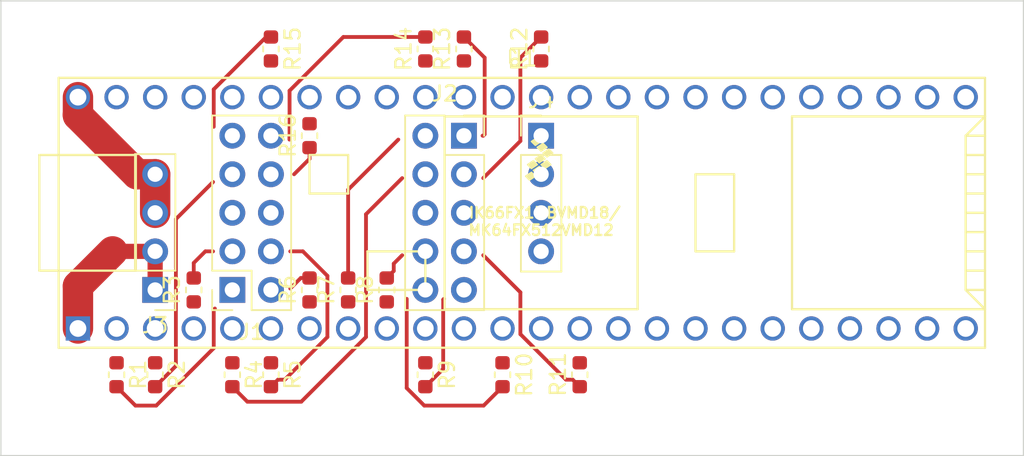
<source format=kicad_pcb>
(kicad_pcb (version 20171130) (host pcbnew "(5.1.4-0-10_14)")

  (general
    (thickness 1.6)
    (drawings 4)
    (tracks 66)
    (zones 0)
    (modules 21)
    (nets 35)
  )

  (page A4)
  (layers
    (0 F.Cu signal)
    (31 B.Cu signal)
    (32 B.Adhes user)
    (33 F.Adhes user)
    (34 B.Paste user)
    (35 F.Paste user)
    (36 B.SilkS user)
    (37 F.SilkS user)
    (38 B.Mask user)
    (39 F.Mask user)
    (40 Dwgs.User user)
    (41 Cmts.User user)
    (42 Eco1.User user)
    (43 Eco2.User user)
    (44 Edge.Cuts user)
    (45 Margin user)
    (46 B.CrtYd user)
    (47 F.CrtYd user)
    (48 B.Fab user)
    (49 F.Fab user)
  )

  (setup
    (last_trace_width 1)
    (user_trace_width 0.25)
    (user_trace_width 1)
    (user_trace_width 2)
    (user_trace_width 5)
    (trace_clearance 0.25)
    (zone_clearance 0.508)
    (zone_45_only no)
    (trace_min 0.2)
    (via_size 0.8)
    (via_drill 0.4)
    (via_min_size 0.8)
    (via_min_drill 0.3)
    (user_via 0.8 0.4)
    (user_via 1.6 0.8)
    (uvia_size 0.3)
    (uvia_drill 0.1)
    (uvias_allowed no)
    (uvia_min_size 0.2)
    (uvia_min_drill 0.1)
    (edge_width 0.05)
    (segment_width 0.2)
    (pcb_text_width 0.3)
    (pcb_text_size 1.5 1.5)
    (mod_edge_width 0.12)
    (mod_text_size 1 1)
    (mod_text_width 0.15)
    (pad_size 1.7 1.7)
    (pad_drill 1)
    (pad_to_mask_clearance 0.05)
    (solder_mask_min_width 0.25)
    (aux_axis_origin 0 0)
    (visible_elements FFFFF77F)
    (pcbplotparams
      (layerselection 0x010fc_ffffffff)
      (usegerberextensions false)
      (usegerberattributes false)
      (usegerberadvancedattributes false)
      (creategerberjobfile false)
      (excludeedgelayer true)
      (linewidth 0.100000)
      (plotframeref false)
      (viasonmask false)
      (mode 1)
      (useauxorigin false)
      (hpglpennumber 1)
      (hpglpenspeed 20)
      (hpglpendiameter 15.000000)
      (psnegative false)
      (psa4output false)
      (plotreference true)
      (plotvalue true)
      (plotinvisibletext false)
      (padsonsilk false)
      (subtractmaskfromsilk false)
      (outputformat 1)
      (mirror false)
      (drillshape 1)
      (scaleselection 1)
      (outputdirectory ""))
  )

  (net 0 "")
  (net 1 R_3)
  (net 2 T_4)
  (net 3 T_3)
  (net 4 R_4)
  (net 5 R_6)
  (net 6 +5V)
  (net 7 T_6)
  (net 8 GND)
  (net 9 R_5)
  (net 10 T_5)
  (net 11 R_7)
  (net 12 T_8)
  (net 13 T_7)
  (net 14 R_8)
  (net 15 R_2)
  (net 16 T_2)
  (net 17 R_1)
  (net 18 T_1)
  (net 19 "Net-(R1-Pad1)")
  (net 20 "Net-(R2-Pad1)")
  (net 21 "Net-(R3-Pad1)")
  (net 22 "Net-(R4-Pad1)")
  (net 23 "Net-(R5-Pad1)")
  (net 24 "Net-(R6-Pad1)")
  (net 25 "Net-(R7-Pad1)")
  (net 26 "Net-(R8-Pad1)")
  (net 27 "Net-(R9-Pad1)")
  (net 28 "Net-(R10-Pad1)")
  (net 29 "Net-(R11-Pad2)")
  (net 30 "Net-(R12-Pad1)")
  (net 31 "Net-(R13-Pad1)")
  (net 32 "Net-(R14-Pad1)")
  (net 33 "Net-(R15-Pad2)")
  (net 34 "Net-(R16-Pad2)")

  (net_class Default "This is the default net class."
    (clearance 0.25)
    (trace_width 0.25)
    (via_dia 0.8)
    (via_drill 0.4)
    (uvia_dia 0.3)
    (uvia_drill 0.1)
    (add_net +5V)
    (add_net GND)
    (add_net "Net-(R1-Pad1)")
    (add_net "Net-(R10-Pad1)")
    (add_net "Net-(R11-Pad2)")
    (add_net "Net-(R12-Pad1)")
    (add_net "Net-(R13-Pad1)")
    (add_net "Net-(R14-Pad1)")
    (add_net "Net-(R15-Pad2)")
    (add_net "Net-(R16-Pad2)")
    (add_net "Net-(R2-Pad1)")
    (add_net "Net-(R3-Pad1)")
    (add_net "Net-(R4-Pad1)")
    (add_net "Net-(R5-Pad1)")
    (add_net "Net-(R6-Pad1)")
    (add_net "Net-(R7-Pad1)")
    (add_net "Net-(R8-Pad1)")
    (add_net "Net-(R9-Pad1)")
    (add_net R_1)
    (add_net R_2)
    (add_net R_3)
    (add_net R_4)
    (add_net R_5)
    (add_net R_6)
    (add_net R_7)
    (add_net R_8)
    (add_net T_1)
    (add_net T_2)
    (add_net T_3)
    (add_net T_4)
    (add_net T_5)
    (add_net T_6)
    (add_net T_7)
    (add_net T_8)
  )

  (net_class "High Current" ""
    (clearance 0.5)
    (trace_width 5)
    (via_dia 1.6)
    (via_drill 0.8)
    (uvia_dia 0.3)
    (uvia_drill 0.1)
  )

  (net_class "Low Current" ""
    (clearance 0.25)
    (trace_width 1)
    (via_dia 0.8)
    (via_drill 0.4)
    (uvia_dia 0.3)
    (uvia_drill 0.1)
  )

  (module Connector_PinSocket_2.54mm:PinSocket_2x05_P2.54mm_Vertical (layer F.Cu) (tedit 5A19A42B) (tstamp 5E1F4DD5)
    (at 167.64 128.27)
    (descr "Through hole straight socket strip, 2x05, 2.54mm pitch, double cols (from Kicad 4.0.7), script generated")
    (tags "Through hole socket strip THT 2x05 2.54mm double row")
    (path /5E1C99D9)
    (fp_text reference J2 (at -1.27 -2.77) (layer F.SilkS)
      (effects (font (size 1 1) (thickness 0.15)))
    )
    (fp_text value Conn_02x05_Odd_Even (at -1.27 12.93) (layer F.Fab)
      (effects (font (size 1 1) (thickness 0.15)))
    )
    (fp_line (start -3.81 -1.27) (end 0.27 -1.27) (layer F.Fab) (width 0.1))
    (fp_line (start 0.27 -1.27) (end 1.27 -0.27) (layer F.Fab) (width 0.1))
    (fp_line (start 1.27 -0.27) (end 1.27 11.43) (layer F.Fab) (width 0.1))
    (fp_line (start 1.27 11.43) (end -3.81 11.43) (layer F.Fab) (width 0.1))
    (fp_line (start -3.81 11.43) (end -3.81 -1.27) (layer F.Fab) (width 0.1))
    (fp_line (start -3.87 -1.33) (end -1.27 -1.33) (layer F.SilkS) (width 0.12))
    (fp_line (start -3.87 -1.33) (end -3.87 11.49) (layer F.SilkS) (width 0.12))
    (fp_line (start -3.87 11.49) (end 1.33 11.49) (layer F.SilkS) (width 0.12))
    (fp_line (start 1.33 1.27) (end 1.33 11.49) (layer F.SilkS) (width 0.12))
    (fp_line (start -1.27 1.27) (end 1.33 1.27) (layer F.SilkS) (width 0.12))
    (fp_line (start -1.27 -1.33) (end -1.27 1.27) (layer F.SilkS) (width 0.12))
    (fp_line (start 1.33 -1.33) (end 1.33 0) (layer F.SilkS) (width 0.12))
    (fp_line (start 0 -1.33) (end 1.33 -1.33) (layer F.SilkS) (width 0.12))
    (fp_line (start -4.34 -1.8) (end 1.76 -1.8) (layer F.CrtYd) (width 0.05))
    (fp_line (start 1.76 -1.8) (end 1.76 11.9) (layer F.CrtYd) (width 0.05))
    (fp_line (start 1.76 11.9) (end -4.34 11.9) (layer F.CrtYd) (width 0.05))
    (fp_line (start -4.34 11.9) (end -4.34 -1.8) (layer F.CrtYd) (width 0.05))
    (fp_text user %R (at -1.27 5.08 90) (layer F.Fab)
      (effects (font (size 1 1) (thickness 0.15)))
    )
    (pad 1 thru_hole rect (at 0 0) (size 1.7 1.7) (drill 1) (layers *.Cu *.Mask)
      (net 17 R_1))
    (pad 2 thru_hole oval (at -2.54 0) (size 1.7 1.7) (drill 1) (layers *.Cu *.Mask)
      (net 16 T_2))
    (pad 3 thru_hole oval (at 0 2.54) (size 1.7 1.7) (drill 1) (layers *.Cu *.Mask)
      (net 18 T_1))
    (pad 4 thru_hole oval (at -2.54 2.54) (size 1.7 1.7) (drill 1) (layers *.Cu *.Mask)
      (net 15 R_2))
    (pad 5 thru_hole oval (at 0 5.08) (size 1.7 1.7) (drill 1) (layers *.Cu *.Mask))
    (pad 6 thru_hole oval (at -2.54 5.08) (size 1.7 1.7) (drill 1) (layers *.Cu *.Mask))
    (pad 7 thru_hole oval (at 0 7.62) (size 1.7 1.7) (drill 1) (layers *.Cu *.Mask)
      (net 14 R_8))
    (pad 8 thru_hole oval (at -2.54 7.62) (size 1.7 1.7) (drill 1) (layers *.Cu *.Mask)
      (net 13 T_7))
    (pad 9 thru_hole oval (at 0 10.16) (size 1.7 1.7) (drill 1) (layers *.Cu *.Mask)
      (net 12 T_8))
    (pad 10 thru_hole oval (at -2.54 10.16) (size 1.7 1.7) (drill 1) (layers *.Cu *.Mask)
      (net 11 R_7))
    (model ${KISYS3DMOD}/Connector_PinSocket_2.54mm.3dshapes/PinSocket_2x05_P2.54mm_Vertical.wrl
      (at (xyz 0 0 0))
      (scale (xyz 1 1 1))
      (rotate (xyz 0 0 0))
    )
  )

  (module Connector_PinSocket_2.54mm:PinSocket_2x05_P2.54mm_Vertical (layer F.Cu) (tedit 5A19A42B) (tstamp 5E1F4D78)
    (at 152.4 138.43 180)
    (descr "Through hole straight socket strip, 2x05, 2.54mm pitch, double cols (from Kicad 4.0.7), script generated")
    (tags "Through hole socket strip THT 2x05 2.54mm double row")
    (path /5E1C8AC8)
    (fp_text reference J1 (at -1.27 -2.77) (layer F.SilkS)
      (effects (font (size 1 1) (thickness 0.15)))
    )
    (fp_text value Conn_02x05_Odd_Even (at -1.27 12.93) (layer F.Fab)
      (effects (font (size 1 1) (thickness 0.15)))
    )
    (fp_text user %R (at -1.27 5.08 90) (layer F.Fab)
      (effects (font (size 1 1) (thickness 0.15)))
    )
    (fp_line (start -4.34 11.9) (end -4.34 -1.8) (layer F.CrtYd) (width 0.05))
    (fp_line (start 1.76 11.9) (end -4.34 11.9) (layer F.CrtYd) (width 0.05))
    (fp_line (start 1.76 -1.8) (end 1.76 11.9) (layer F.CrtYd) (width 0.05))
    (fp_line (start -4.34 -1.8) (end 1.76 -1.8) (layer F.CrtYd) (width 0.05))
    (fp_line (start 0 -1.33) (end 1.33 -1.33) (layer F.SilkS) (width 0.12))
    (fp_line (start 1.33 -1.33) (end 1.33 0) (layer F.SilkS) (width 0.12))
    (fp_line (start -1.27 -1.33) (end -1.27 1.27) (layer F.SilkS) (width 0.12))
    (fp_line (start -1.27 1.27) (end 1.33 1.27) (layer F.SilkS) (width 0.12))
    (fp_line (start 1.33 1.27) (end 1.33 11.49) (layer F.SilkS) (width 0.12))
    (fp_line (start -3.87 11.49) (end 1.33 11.49) (layer F.SilkS) (width 0.12))
    (fp_line (start -3.87 -1.33) (end -3.87 11.49) (layer F.SilkS) (width 0.12))
    (fp_line (start -3.87 -1.33) (end -1.27 -1.33) (layer F.SilkS) (width 0.12))
    (fp_line (start -3.81 11.43) (end -3.81 -1.27) (layer F.Fab) (width 0.1))
    (fp_line (start 1.27 11.43) (end -3.81 11.43) (layer F.Fab) (width 0.1))
    (fp_line (start 1.27 -0.27) (end 1.27 11.43) (layer F.Fab) (width 0.1))
    (fp_line (start 0.27 -1.27) (end 1.27 -0.27) (layer F.Fab) (width 0.1))
    (fp_line (start -3.81 -1.27) (end 0.27 -1.27) (layer F.Fab) (width 0.1))
    (pad 10 thru_hole oval (at -2.54 10.16 180) (size 1.7 1.7) (drill 1) (layers *.Cu *.Mask)
      (net 1 R_3))
    (pad 9 thru_hole oval (at 0 10.16 180) (size 1.7 1.7) (drill 1) (layers *.Cu *.Mask)
      (net 2 T_4))
    (pad 8 thru_hole oval (at -2.54 7.62 180) (size 1.7 1.7) (drill 1) (layers *.Cu *.Mask)
      (net 3 T_3))
    (pad 7 thru_hole oval (at 0 7.62 180) (size 1.7 1.7) (drill 1) (layers *.Cu *.Mask)
      (net 4 R_4))
    (pad 6 thru_hole oval (at -2.54 5.08 180) (size 1.7 1.7) (drill 1) (layers *.Cu *.Mask))
    (pad 5 thru_hole oval (at 0 5.08 180) (size 1.7 1.7) (drill 1) (layers *.Cu *.Mask))
    (pad 4 thru_hole oval (at -2.54 2.54 180) (size 1.7 1.7) (drill 1) (layers *.Cu *.Mask)
      (net 5 R_6))
    (pad 3 thru_hole oval (at 0 2.54 180) (size 1.7 1.7) (drill 1) (layers *.Cu *.Mask)
      (net 10 T_5))
    (pad 2 thru_hole oval (at -2.54 0 180) (size 1.7 1.7) (drill 1) (layers *.Cu *.Mask)
      (net 7 T_6))
    (pad 1 thru_hole rect (at 0 0 180) (size 1.7 1.7) (drill 1) (layers *.Cu *.Mask)
      (net 9 R_5))
    (model ${KISYS3DMOD}/Connector_PinSocket_2.54mm.3dshapes/PinSocket_2x05_P2.54mm_Vertical.wrl
      (at (xyz 0 0 0))
      (scale (xyz 1 1 1))
      (rotate (xyz 0 0 0))
    )
  )

  (module Connector_PinHeader_2.54mm:PinHeader_1x04_P2.54mm_Vertical (layer F.Cu) (tedit 59FED5CC) (tstamp 5E1F4CE6)
    (at 172.72 128.27)
    (descr "Through hole straight pin header, 1x04, 2.54mm pitch, single row")
    (tags "Through hole pin header THT 1x04 2.54mm single row")
    (path /5E1DDA98)
    (fp_text reference J4 (at 0 -2.33) (layer F.SilkS)
      (effects (font (size 1 1) (thickness 0.15)))
    )
    (fp_text value Conn_01x04_Male (at 0 9.95) (layer F.Fab)
      (effects (font (size 1 1) (thickness 0.15)))
    )
    (fp_line (start -0.635 -1.27) (end 1.27 -1.27) (layer F.Fab) (width 0.1))
    (fp_line (start 1.27 -1.27) (end 1.27 8.89) (layer F.Fab) (width 0.1))
    (fp_line (start 1.27 8.89) (end -1.27 8.89) (layer F.Fab) (width 0.1))
    (fp_line (start -1.27 8.89) (end -1.27 -0.635) (layer F.Fab) (width 0.1))
    (fp_line (start -1.27 -0.635) (end -0.635 -1.27) (layer F.Fab) (width 0.1))
    (fp_line (start -1.33 8.95) (end 1.33 8.95) (layer F.SilkS) (width 0.12))
    (fp_line (start -1.33 1.27) (end -1.33 8.95) (layer F.SilkS) (width 0.12))
    (fp_line (start 1.33 1.27) (end 1.33 8.95) (layer F.SilkS) (width 0.12))
    (fp_line (start -1.33 1.27) (end 1.33 1.27) (layer F.SilkS) (width 0.12))
    (fp_line (start -1.33 0) (end -1.33 -1.33) (layer F.SilkS) (width 0.12))
    (fp_line (start -1.33 -1.33) (end 0 -1.33) (layer F.SilkS) (width 0.12))
    (fp_line (start -1.8 -1.8) (end -1.8 9.4) (layer F.CrtYd) (width 0.05))
    (fp_line (start -1.8 9.4) (end 1.8 9.4) (layer F.CrtYd) (width 0.05))
    (fp_line (start 1.8 9.4) (end 1.8 -1.8) (layer F.CrtYd) (width 0.05))
    (fp_line (start 1.8 -1.8) (end -1.8 -1.8) (layer F.CrtYd) (width 0.05))
    (fp_text user %R (at 0 3.81 90) (layer F.Fab)
      (effects (font (size 1 1) (thickness 0.15)))
    )
    (pad 1 thru_hole rect (at 0 0) (size 1.7 1.7) (drill 1) (layers *.Cu *.Mask)
      (net 8 GND))
    (pad 2 thru_hole oval (at 0 2.54) (size 1.7 1.7) (drill 1) (layers *.Cu *.Mask)
      (net 8 GND))
    (pad 3 thru_hole oval (at 0 5.08) (size 1.7 1.7) (drill 1) (layers *.Cu *.Mask)
      (net 6 +5V))
    (pad 4 thru_hole oval (at 0 7.62) (size 1.7 1.7) (drill 1) (layers *.Cu *.Mask)
      (net 6 +5V))
    (model ${KISYS3DMOD}/Connector_PinHeader_2.54mm.3dshapes/PinHeader_1x04_P2.54mm_Vertical.wrl
      (at (xyz 0 0 0))
      (scale (xyz 1 1 1))
      (rotate (xyz 0 0 0))
    )
  )

  (module Connector_PinHeader_2.54mm:PinHeader_1x04_P2.54mm_Vertical (layer F.Cu) (tedit 59FED5CC) (tstamp 5E1F4D2B)
    (at 147.32 138.43 180)
    (descr "Through hole straight pin header, 1x04, 2.54mm pitch, single row")
    (tags "Through hole pin header THT 1x04 2.54mm single row")
    (path /5E1DA780)
    (fp_text reference J3 (at 0 -2.33) (layer F.SilkS)
      (effects (font (size 1 1) (thickness 0.15)))
    )
    (fp_text value Conn_01x04_Male (at 0 9.95) (layer F.Fab)
      (effects (font (size 1 1) (thickness 0.15)))
    )
    (fp_line (start -0.635 -1.27) (end 1.27 -1.27) (layer F.Fab) (width 0.1))
    (fp_line (start 1.27 -1.27) (end 1.27 8.89) (layer F.Fab) (width 0.1))
    (fp_line (start 1.27 8.89) (end -1.27 8.89) (layer F.Fab) (width 0.1))
    (fp_line (start -1.27 8.89) (end -1.27 -0.635) (layer F.Fab) (width 0.1))
    (fp_line (start -1.27 -0.635) (end -0.635 -1.27) (layer F.Fab) (width 0.1))
    (fp_line (start -1.33 8.95) (end 1.33 8.95) (layer F.SilkS) (width 0.12))
    (fp_line (start -1.33 1.27) (end -1.33 8.95) (layer F.SilkS) (width 0.12))
    (fp_line (start 1.33 1.27) (end 1.33 8.95) (layer F.SilkS) (width 0.12))
    (fp_line (start -1.33 1.27) (end 1.33 1.27) (layer F.SilkS) (width 0.12))
    (fp_line (start -1.33 0) (end -1.33 -1.33) (layer F.SilkS) (width 0.12))
    (fp_line (start -1.33 -1.33) (end 0 -1.33) (layer F.SilkS) (width 0.12))
    (fp_line (start -1.8 -1.8) (end -1.8 9.4) (layer F.CrtYd) (width 0.05))
    (fp_line (start -1.8 9.4) (end 1.8 9.4) (layer F.CrtYd) (width 0.05))
    (fp_line (start 1.8 9.4) (end 1.8 -1.8) (layer F.CrtYd) (width 0.05))
    (fp_line (start 1.8 -1.8) (end -1.8 -1.8) (layer F.CrtYd) (width 0.05))
    (fp_text user %R (at 0 3.81 90) (layer F.Fab)
      (effects (font (size 1 1) (thickness 0.15)))
    )
    (pad 1 thru_hole rect (at 0 0 180) (size 1.7 1.7) (drill 1) (layers *.Cu *.Mask)
      (net 8 GND))
    (pad 2 thru_hole oval (at 0 2.54 180) (size 1.7 1.7) (drill 1) (layers *.Cu *.Mask)
      (net 8 GND))
    (pad 3 thru_hole oval (at 0 5.08 180) (size 1.7 1.7) (drill 1) (layers *.Cu *.Mask)
      (net 6 +5V))
    (pad 4 thru_hole oval (at 0 7.62 180) (size 1.7 1.7) (drill 1) (layers *.Cu *.Mask)
      (net 6 +5V))
    (model ${KISYS3DMOD}/Connector_PinHeader_2.54mm.3dshapes/PinHeader_1x04_P2.54mm_Vertical.wrl
      (at (xyz 0 0 0))
      (scale (xyz 1 1 1))
      (rotate (xyz 0 0 0))
    )
  )

  (module TheListener:Teensy35_36_NoMiddlePins (layer F.Cu) (tedit 5E06D331) (tstamp 5E1CB221)
    (at 171.45 133.35)
    (path /5E1C4485)
    (fp_text reference U1 (at 0 -10.16) (layer F.SilkS)
      (effects (font (size 1 1) (thickness 0.15)))
    )
    (fp_text value Teensy3.5 (at 0 10.16) (layer F.Fab)
      (effects (font (size 1 1) (thickness 0.15)))
    )
    (fp_line (start -13.97 -3.81) (end -13.97 -1.27) (layer F.SilkS) (width 0.15))
    (fp_line (start -13.97 -1.27) (end -11.43 -1.27) (layer F.SilkS) (width 0.15))
    (fp_line (start -11.43 -1.27) (end -11.43 -3.81) (layer F.SilkS) (width 0.15))
    (fp_line (start -11.43 -3.81) (end -13.97 -3.81) (layer F.SilkS) (width 0.15))
    (fp_line (start -6.35 5.08) (end -10.16 5.08) (layer F.SilkS) (width 0.15))
    (fp_line (start -10.16 5.08) (end -10.16 2.54) (layer F.SilkS) (width 0.15))
    (fp_line (start -10.16 2.54) (end -6.35 2.54) (layer F.SilkS) (width 0.15))
    (fp_line (start -6.35 2.54) (end -6.35 5.08) (layer F.SilkS) (width 0.15))
    (fp_line (start 7.62 6.35) (end 7.62 -6.35) (layer F.SilkS) (width 0.15))
    (fp_line (start -5.08 -6.35) (end -5.08 6.35) (layer F.SilkS) (width 0.15))
    (fp_line (start -5.08 6.35) (end 7.62 6.35) (layer F.SilkS) (width 0.15))
    (fp_line (start -5.08 -6.35) (end 7.62 -6.35) (layer F.SilkS) (width 0.15))
    (fp_line (start 29.21 5.08) (end 30.48 5.08) (layer F.SilkS) (width 0.15))
    (fp_line (start 29.21 3.81) (end 30.48 3.81) (layer F.SilkS) (width 0.15))
    (fp_line (start 29.21 2.54) (end 30.48 2.54) (layer F.SilkS) (width 0.15))
    (fp_line (start 29.21 1.27) (end 30.48 1.27) (layer F.SilkS) (width 0.15))
    (fp_line (start 29.21 0) (end 30.48 0) (layer F.SilkS) (width 0.15))
    (fp_line (start 29.21 -1.27) (end 30.48 -1.27) (layer F.SilkS) (width 0.15))
    (fp_line (start 29.21 -2.54) (end 30.48 -2.54) (layer F.SilkS) (width 0.15))
    (fp_line (start 29.21 -3.81) (end 30.48 -3.81) (layer F.SilkS) (width 0.15))
    (fp_line (start 29.21 -5.08) (end 30.48 -5.08) (layer F.SilkS) (width 0.15))
    (fp_line (start 30.48 6.35) (end 29.21 5.08) (layer F.SilkS) (width 0.15))
    (fp_line (start 29.21 5.08) (end 29.21 -5.08) (layer F.SilkS) (width 0.15))
    (fp_line (start 29.21 -5.08) (end 30.48 -6.35) (layer F.SilkS) (width 0.15))
    (fp_line (start 30.48 -6.35) (end 17.78 -6.35) (layer F.SilkS) (width 0.15))
    (fp_line (start 17.78 -6.35) (end 17.78 6.35) (layer F.SilkS) (width 0.15))
    (fp_line (start 17.78 6.35) (end 30.48 6.35) (layer F.SilkS) (width 0.15))
    (fp_line (start 30.48 -8.89) (end -30.48 -8.89) (layer F.SilkS) (width 0.15))
    (fp_line (start -30.48 8.89) (end 30.48 8.89) (layer F.SilkS) (width 0.15))
    (fp_line (start -30.48 3.81) (end -31.75 3.81) (layer F.SilkS) (width 0.15))
    (fp_line (start -31.75 3.81) (end -31.75 -3.81) (layer F.SilkS) (width 0.15))
    (fp_line (start -31.75 -3.81) (end -30.48 -3.81) (layer F.SilkS) (width 0.15))
    (fp_line (start -25.4 3.81) (end -25.4 -3.81) (layer F.SilkS) (width 0.15))
    (fp_line (start -25.4 -3.81) (end -30.48 -3.81) (layer F.SilkS) (width 0.15))
    (fp_line (start -25.4 3.81) (end -30.48 3.81) (layer F.SilkS) (width 0.15))
    (fp_line (start 13.97 -2.54) (end 13.97 2.54) (layer F.SilkS) (width 0.15))
    (fp_line (start 13.97 2.54) (end 11.43 2.54) (layer F.SilkS) (width 0.15))
    (fp_line (start 11.43 2.54) (end 11.43 -2.54) (layer F.SilkS) (width 0.15))
    (fp_line (start 11.43 -2.54) (end 13.97 -2.54) (layer F.SilkS) (width 0.15))
    (fp_line (start 30.48 -8.89) (end 30.48 8.89) (layer F.SilkS) (width 0.15))
    (fp_line (start -30.48 8.89) (end -30.48 -8.89) (layer F.SilkS) (width 0.15))
    (fp_poly (pts (xy 1.016 -4.953) (xy 1.27 -4.699) (xy 0.889 -4.445) (xy 0.635 -4.699)) (layer F.SilkS) (width 0.1))
    (fp_poly (pts (xy 0.762 -3.429) (xy 1.016 -3.175) (xy 0.635 -2.921) (xy 0.381 -3.175)) (layer F.SilkS) (width 0.1))
    (fp_poly (pts (xy 0.635 -2.667) (xy 0.889 -2.413) (xy 0.508 -2.159) (xy 0.254 -2.413)) (layer F.SilkS) (width 0.1))
    (fp_poly (pts (xy 1.778 -4.191) (xy 2.032 -3.937) (xy 1.651 -3.683) (xy 1.397 -3.937)) (layer F.SilkS) (width 0.1))
    (fp_poly (pts (xy 1.143 -3.048) (xy 1.397 -2.794) (xy 1.016 -2.54) (xy 0.762 -2.794)) (layer F.SilkS) (width 0.1))
    (fp_poly (pts (xy 1.651 -3.429) (xy 1.905 -3.175) (xy 1.524 -2.921) (xy 1.27 -3.175)) (layer F.SilkS) (width 0.1))
    (fp_poly (pts (xy 1.397 -4.572) (xy 1.651 -4.318) (xy 1.27 -4.064) (xy 1.016 -4.318)) (layer F.SilkS) (width 0.1))
    (fp_poly (pts (xy 1.27 -3.81) (xy 1.524 -3.556) (xy 1.143 -3.302) (xy 0.889 -3.556)) (layer F.SilkS) (width 0.1))
    (fp_text user MK66FX1MBVMD18/ (at 1.27 0) (layer F.SilkS)
      (effects (font (size 0.7 0.7) (thickness 0.15)))
    )
    (fp_text user MK64FX512VMD12 (at 1.27 1.143) (layer F.SilkS)
      (effects (font (size 0.7 0.7) (thickness 0.15)))
    )
    (pad 17 thru_hole circle (at 11.43 7.62) (size 1.6 1.6) (drill 1.1) (layers *.Cu *.Mask))
    (pad 18 thru_hole circle (at 13.97 7.62) (size 1.6 1.6) (drill 1.1) (layers *.Cu *.Mask))
    (pad 19 thru_hole circle (at 16.51 7.62) (size 1.6 1.6) (drill 1.1) (layers *.Cu *.Mask))
    (pad 20 thru_hole circle (at 19.05 7.62) (size 1.6 1.6) (drill 1.1) (layers *.Cu *.Mask))
    (pad 16 thru_hole circle (at 8.89 7.62) (size 1.6 1.6) (drill 1.1) (layers *.Cu *.Mask))
    (pad 15 thru_hole circle (at 6.35 7.62) (size 1.6 1.6) (drill 1.1) (layers *.Cu *.Mask))
    (pad 14 thru_hole circle (at 3.81 7.62) (size 1.6 1.6) (drill 1.1) (layers *.Cu *.Mask)
      (net 29 "Net-(R11-Pad2)"))
    (pad 21 thru_hole circle (at 21.59 7.62) (size 1.6 1.6) (drill 1.1) (layers *.Cu *.Mask))
    (pad 22 thru_hole circle (at 24.13 7.62) (size 1.6 1.6) (drill 1.1) (layers *.Cu *.Mask))
    (pad 23 thru_hole circle (at 26.67 7.62) (size 1.6 1.6) (drill 1.1) (layers *.Cu *.Mask))
    (pad 24 thru_hole circle (at 29.21 7.62) (size 1.6 1.6) (drill 1.1) (layers *.Cu *.Mask))
    (pad 30 thru_hole circle (at 29.21 -7.62) (size 1.6 1.6) (drill 1.1) (layers *.Cu *.Mask))
    (pad 31 thru_hole circle (at 26.67 -7.62) (size 1.6 1.6) (drill 1.1) (layers *.Cu *.Mask))
    (pad 32 thru_hole circle (at 24.13 -7.62) (size 1.6 1.6) (drill 1.1) (layers *.Cu *.Mask))
    (pad 33 thru_hole circle (at 21.59 -7.62) (size 1.6 1.6) (drill 1.1) (layers *.Cu *.Mask))
    (pad 34 thru_hole circle (at 19.05 -7.62) (size 1.6 1.6) (drill 1.1) (layers *.Cu *.Mask))
    (pad 35 thru_hole circle (at 16.51 -7.62) (size 1.6 1.6) (drill 1.1) (layers *.Cu *.Mask))
    (pad 36 thru_hole circle (at 13.97 -7.62) (size 1.6 1.6) (drill 1.1) (layers *.Cu *.Mask))
    (pad 37 thru_hole circle (at 11.43 -7.62) (size 1.6 1.6) (drill 1.1) (layers *.Cu *.Mask))
    (pad 13 thru_hole circle (at 1.27 7.62) (size 1.6 1.6) (drill 1.1) (layers *.Cu *.Mask))
    (pad 12 thru_hole circle (at -1.27 7.62) (size 1.6 1.6) (drill 1.1) (layers *.Cu *.Mask)
      (net 28 "Net-(R10-Pad1)"))
    (pad 11 thru_hole circle (at -3.81 7.62) (size 1.6 1.6) (drill 1.1) (layers *.Cu *.Mask))
    (pad 10 thru_hole circle (at -6.35 7.62) (size 1.6 1.6) (drill 1.1) (layers *.Cu *.Mask)
      (net 27 "Net-(R9-Pad1)"))
    (pad 9 thru_hole circle (at -8.89 7.62) (size 1.6 1.6) (drill 1.1) (layers *.Cu *.Mask)
      (net 26 "Net-(R8-Pad1)"))
    (pad 8 thru_hole circle (at -11.43 7.62) (size 1.6 1.6) (drill 1.1) (layers *.Cu *.Mask)
      (net 25 "Net-(R7-Pad1)"))
    (pad 7 thru_hole circle (at -13.97 7.62) (size 1.6 1.6) (drill 1.1) (layers *.Cu *.Mask)
      (net 24 "Net-(R6-Pad1)"))
    (pad 6 thru_hole circle (at -16.51 7.62) (size 1.6 1.6) (drill 1.1) (layers *.Cu *.Mask)
      (net 23 "Net-(R5-Pad1)"))
    (pad 5 thru_hole circle (at -19.05 7.62) (size 1.6 1.6) (drill 1.1) (layers *.Cu *.Mask)
      (net 22 "Net-(R4-Pad1)"))
    (pad 4 thru_hole circle (at -21.59 7.62) (size 1.6 1.6) (drill 1.1) (layers *.Cu *.Mask)
      (net 21 "Net-(R3-Pad1)"))
    (pad 3 thru_hole circle (at -24.13 7.62) (size 1.6 1.6) (drill 1.1) (layers *.Cu *.Mask)
      (net 20 "Net-(R2-Pad1)"))
    (pad 2 thru_hole circle (at -26.67 7.62) (size 1.6 1.6) (drill 1.1) (layers *.Cu *.Mask)
      (net 19 "Net-(R1-Pad1)"))
    (pad 1 thru_hole rect (at -29.21 7.62) (size 1.6 1.6) (drill 1.1) (layers *.Cu *.Mask)
      (net 8 GND))
    (pad 38 thru_hole circle (at 8.89 -7.62) (size 1.6 1.6) (drill 1.1) (layers *.Cu *.Mask))
    (pad 39 thru_hole circle (at 6.35 -7.62) (size 1.6 1.6) (drill 1.1) (layers *.Cu *.Mask))
    (pad 40 thru_hole circle (at 3.81 -7.62) (size 1.6 1.6) (drill 1.1) (layers *.Cu *.Mask))
    (pad 41 thru_hole circle (at 1.27 -7.62) (size 1.6 1.6) (drill 1.1) (layers *.Cu *.Mask)
      (net 30 "Net-(R12-Pad1)"))
    (pad 42 thru_hole circle (at -1.27 -7.62) (size 1.6 1.6) (drill 1.1) (layers *.Cu *.Mask))
    (pad 43 thru_hole circle (at -3.81 -7.62) (size 1.6 1.6) (drill 1.1) (layers *.Cu *.Mask)
      (net 31 "Net-(R13-Pad1)"))
    (pad 44 thru_hole circle (at -6.35 -7.62) (size 1.6 1.6) (drill 1.1) (layers *.Cu *.Mask)
      (net 32 "Net-(R14-Pad1)"))
    (pad 45 thru_hole circle (at -8.89 -7.62) (size 1.6 1.6) (drill 1.1) (layers *.Cu *.Mask))
    (pad 46 thru_hole circle (at -11.43 -7.62) (size 1.6 1.6) (drill 1.1) (layers *.Cu *.Mask))
    (pad 47 thru_hole circle (at -13.97 -7.62) (size 1.6 1.6) (drill 1.1) (layers *.Cu *.Mask)
      (net 34 "Net-(R16-Pad2)"))
    (pad 48 thru_hole circle (at -16.51 -7.62) (size 1.6 1.6) (drill 1.1) (layers *.Cu *.Mask)
      (net 33 "Net-(R15-Pad2)"))
    (pad 49 thru_hole circle (at -19.05 -7.62) (size 1.6 1.6) (drill 1.1) (layers *.Cu *.Mask))
    (pad 50 thru_hole circle (at -21.59 -7.62) (size 1.6 1.6) (drill 1.1) (layers *.Cu *.Mask))
    (pad 51 thru_hole circle (at -24.13 -7.62) (size 1.6 1.6) (drill 1.1) (layers *.Cu *.Mask))
    (pad 52 thru_hole circle (at -26.67 -7.62) (size 1.6 1.6) (drill 1.1) (layers *.Cu *.Mask))
    (pad 53 thru_hole circle (at -29.21 -7.62) (size 1.6 1.6) (drill 1.1) (layers *.Cu *.Mask)
      (net 6 +5V))
  )

  (module Resistor_SMD:R_0603_1608Metric (layer F.Cu) (tedit 5B301BBD) (tstamp 5E1EF236)
    (at 157.48 128.27 90)
    (descr "Resistor SMD 0603 (1608 Metric), square (rectangular) end terminal, IPC_7351 nominal, (Body size source: http://www.tortai-tech.com/upload/download/2011102023233369053.pdf), generated with kicad-footprint-generator")
    (tags resistor)
    (path /5E1E7505)
    (attr smd)
    (fp_text reference R16 (at 0 -1.43 90) (layer F.SilkS)
      (effects (font (size 1 1) (thickness 0.15)))
    )
    (fp_text value 100 (at 0 1.43 90) (layer F.Fab)
      (effects (font (size 1 1) (thickness 0.15)))
    )
    (fp_text user %R (at 0 0 90) (layer F.Fab)
      (effects (font (size 0.4 0.4) (thickness 0.06)))
    )
    (fp_line (start 1.48 0.73) (end -1.48 0.73) (layer F.CrtYd) (width 0.05))
    (fp_line (start 1.48 -0.73) (end 1.48 0.73) (layer F.CrtYd) (width 0.05))
    (fp_line (start -1.48 -0.73) (end 1.48 -0.73) (layer F.CrtYd) (width 0.05))
    (fp_line (start -1.48 0.73) (end -1.48 -0.73) (layer F.CrtYd) (width 0.05))
    (fp_line (start -0.162779 0.51) (end 0.162779 0.51) (layer F.SilkS) (width 0.12))
    (fp_line (start -0.162779 -0.51) (end 0.162779 -0.51) (layer F.SilkS) (width 0.12))
    (fp_line (start 0.8 0.4) (end -0.8 0.4) (layer F.Fab) (width 0.1))
    (fp_line (start 0.8 -0.4) (end 0.8 0.4) (layer F.Fab) (width 0.1))
    (fp_line (start -0.8 -0.4) (end 0.8 -0.4) (layer F.Fab) (width 0.1))
    (fp_line (start -0.8 0.4) (end -0.8 -0.4) (layer F.Fab) (width 0.1))
    (pad 2 smd roundrect (at 0.7875 0 90) (size 0.875 0.95) (layers F.Cu F.Paste F.Mask) (roundrect_rratio 0.25)
      (net 34 "Net-(R16-Pad2)"))
    (pad 1 smd roundrect (at -0.7875 0 90) (size 0.875 0.95) (layers F.Cu F.Paste F.Mask) (roundrect_rratio 0.25)
      (net 13 T_7))
    (model ${KISYS3DMOD}/Resistor_SMD.3dshapes/R_0603_1608Metric.wrl
      (at (xyz 0 0 0))
      (scale (xyz 1 1 1))
      (rotate (xyz 0 0 0))
    )
  )

  (module Resistor_SMD:R_0603_1608Metric (layer F.Cu) (tedit 5B301BBD) (tstamp 5E1D2A85)
    (at 154.94 122.555 270)
    (descr "Resistor SMD 0603 (1608 Metric), square (rectangular) end terminal, IPC_7351 nominal, (Body size source: http://www.tortai-tech.com/upload/download/2011102023233369053.pdf), generated with kicad-footprint-generator")
    (tags resistor)
    (path /5E1E7105)
    (attr smd)
    (fp_text reference R15 (at 0 -1.43 90) (layer F.SilkS)
      (effects (font (size 1 1) (thickness 0.15)))
    )
    (fp_text value 100 (at 0 1.43 90) (layer F.Fab)
      (effects (font (size 1 1) (thickness 0.15)))
    )
    (fp_text user %R (at 0 0 90) (layer F.Fab)
      (effects (font (size 0.4 0.4) (thickness 0.06)))
    )
    (fp_line (start 1.48 0.73) (end -1.48 0.73) (layer F.CrtYd) (width 0.05))
    (fp_line (start 1.48 -0.73) (end 1.48 0.73) (layer F.CrtYd) (width 0.05))
    (fp_line (start -1.48 -0.73) (end 1.48 -0.73) (layer F.CrtYd) (width 0.05))
    (fp_line (start -1.48 0.73) (end -1.48 -0.73) (layer F.CrtYd) (width 0.05))
    (fp_line (start -0.162779 0.51) (end 0.162779 0.51) (layer F.SilkS) (width 0.12))
    (fp_line (start -0.162779 -0.51) (end 0.162779 -0.51) (layer F.SilkS) (width 0.12))
    (fp_line (start 0.8 0.4) (end -0.8 0.4) (layer F.Fab) (width 0.1))
    (fp_line (start 0.8 -0.4) (end 0.8 0.4) (layer F.Fab) (width 0.1))
    (fp_line (start -0.8 -0.4) (end 0.8 -0.4) (layer F.Fab) (width 0.1))
    (fp_line (start -0.8 0.4) (end -0.8 -0.4) (layer F.Fab) (width 0.1))
    (pad 2 smd roundrect (at 0.7875 0 270) (size 0.875 0.95) (layers F.Cu F.Paste F.Mask) (roundrect_rratio 0.25)
      (net 33 "Net-(R15-Pad2)"))
    (pad 1 smd roundrect (at -0.7875 0 270) (size 0.875 0.95) (layers F.Cu F.Paste F.Mask) (roundrect_rratio 0.25)
      (net 12 T_8))
    (model ${KISYS3DMOD}/Resistor_SMD.3dshapes/R_0603_1608Metric.wrl
      (at (xyz 0 0 0))
      (scale (xyz 1 1 1))
      (rotate (xyz 0 0 0))
    )
  )

  (module Resistor_SMD:R_0603_1608Metric (layer F.Cu) (tedit 5B301BBD) (tstamp 5E1EE683)
    (at 165.1 122.555 90)
    (descr "Resistor SMD 0603 (1608 Metric), square (rectangular) end terminal, IPC_7351 nominal, (Body size source: http://www.tortai-tech.com/upload/download/2011102023233369053.pdf), generated with kicad-footprint-generator")
    (tags resistor)
    (path /5E1E6D39)
    (attr smd)
    (fp_text reference R14 (at 0 -1.43 90) (layer F.SilkS)
      (effects (font (size 1 1) (thickness 0.15)))
    )
    (fp_text value 100 (at 0 1.43 90) (layer F.Fab)
      (effects (font (size 1 1) (thickness 0.15)))
    )
    (fp_text user %R (at 0 0 90) (layer F.Fab)
      (effects (font (size 0.4 0.4) (thickness 0.06)))
    )
    (fp_line (start 1.48 0.73) (end -1.48 0.73) (layer F.CrtYd) (width 0.05))
    (fp_line (start 1.48 -0.73) (end 1.48 0.73) (layer F.CrtYd) (width 0.05))
    (fp_line (start -1.48 -0.73) (end 1.48 -0.73) (layer F.CrtYd) (width 0.05))
    (fp_line (start -1.48 0.73) (end -1.48 -0.73) (layer F.CrtYd) (width 0.05))
    (fp_line (start -0.162779 0.51) (end 0.162779 0.51) (layer F.SilkS) (width 0.12))
    (fp_line (start -0.162779 -0.51) (end 0.162779 -0.51) (layer F.SilkS) (width 0.12))
    (fp_line (start 0.8 0.4) (end -0.8 0.4) (layer F.Fab) (width 0.1))
    (fp_line (start 0.8 -0.4) (end 0.8 0.4) (layer F.Fab) (width 0.1))
    (fp_line (start -0.8 -0.4) (end 0.8 -0.4) (layer F.Fab) (width 0.1))
    (fp_line (start -0.8 0.4) (end -0.8 -0.4) (layer F.Fab) (width 0.1))
    (pad 2 smd roundrect (at 0.7875 0 90) (size 0.875 0.95) (layers F.Cu F.Paste F.Mask) (roundrect_rratio 0.25)
      (net 5 R_6))
    (pad 1 smd roundrect (at -0.7875 0 90) (size 0.875 0.95) (layers F.Cu F.Paste F.Mask) (roundrect_rratio 0.25)
      (net 32 "Net-(R14-Pad1)"))
    (model ${KISYS3DMOD}/Resistor_SMD.3dshapes/R_0603_1608Metric.wrl
      (at (xyz 0 0 0))
      (scale (xyz 1 1 1))
      (rotate (xyz 0 0 0))
    )
  )

  (module Resistor_SMD:R_0603_1608Metric (layer F.Cu) (tedit 5B301BBD) (tstamp 5E1EF1E5)
    (at 167.64 122.555 90)
    (descr "Resistor SMD 0603 (1608 Metric), square (rectangular) end terminal, IPC_7351 nominal, (Body size source: http://www.tortai-tech.com/upload/download/2011102023233369053.pdf), generated with kicad-footprint-generator")
    (tags resistor)
    (path /5E1E6719)
    (attr smd)
    (fp_text reference R13 (at 0 -1.43 90) (layer F.SilkS)
      (effects (font (size 1 1) (thickness 0.15)))
    )
    (fp_text value 100 (at 0 1.43 90) (layer F.Fab)
      (effects (font (size 1 1) (thickness 0.15)))
    )
    (fp_text user %R (at 0 0 90) (layer F.Fab)
      (effects (font (size 0.4 0.4) (thickness 0.06)))
    )
    (fp_line (start 1.48 0.73) (end -1.48 0.73) (layer F.CrtYd) (width 0.05))
    (fp_line (start 1.48 -0.73) (end 1.48 0.73) (layer F.CrtYd) (width 0.05))
    (fp_line (start -1.48 -0.73) (end 1.48 -0.73) (layer F.CrtYd) (width 0.05))
    (fp_line (start -1.48 0.73) (end -1.48 -0.73) (layer F.CrtYd) (width 0.05))
    (fp_line (start -0.162779 0.51) (end 0.162779 0.51) (layer F.SilkS) (width 0.12))
    (fp_line (start -0.162779 -0.51) (end 0.162779 -0.51) (layer F.SilkS) (width 0.12))
    (fp_line (start 0.8 0.4) (end -0.8 0.4) (layer F.Fab) (width 0.1))
    (fp_line (start 0.8 -0.4) (end 0.8 0.4) (layer F.Fab) (width 0.1))
    (fp_line (start -0.8 -0.4) (end 0.8 -0.4) (layer F.Fab) (width 0.1))
    (fp_line (start -0.8 0.4) (end -0.8 -0.4) (layer F.Fab) (width 0.1))
    (pad 2 smd roundrect (at 0.7875 0 90) (size 0.875 0.95) (layers F.Cu F.Paste F.Mask) (roundrect_rratio 0.25)
      (net 9 R_5))
    (pad 1 smd roundrect (at -0.7875 0 90) (size 0.875 0.95) (layers F.Cu F.Paste F.Mask) (roundrect_rratio 0.25)
      (net 31 "Net-(R13-Pad1)"))
    (model ${KISYS3DMOD}/Resistor_SMD.3dshapes/R_0603_1608Metric.wrl
      (at (xyz 0 0 0))
      (scale (xyz 1 1 1))
      (rotate (xyz 0 0 0))
    )
  )

  (module Resistor_SMD:R_0603_1608Metric (layer F.Cu) (tedit 5B301BBD) (tstamp 5E1CBEE0)
    (at 172.72 122.555 90)
    (descr "Resistor SMD 0603 (1608 Metric), square (rectangular) end terminal, IPC_7351 nominal, (Body size source: http://www.tortai-tech.com/upload/download/2011102023233369053.pdf), generated with kicad-footprint-generator")
    (tags resistor)
    (path /5E1E6137)
    (attr smd)
    (fp_text reference R12 (at 0 -1.43 90) (layer F.SilkS)
      (effects (font (size 1 1) (thickness 0.15)))
    )
    (fp_text value 100 (at 0 1.43 90) (layer F.Fab)
      (effects (font (size 1 1) (thickness 0.15)))
    )
    (fp_line (start -0.8 0.4) (end -0.8 -0.4) (layer F.Fab) (width 0.1))
    (fp_line (start -0.8 -0.4) (end 0.8 -0.4) (layer F.Fab) (width 0.1))
    (fp_line (start 0.8 -0.4) (end 0.8 0.4) (layer F.Fab) (width 0.1))
    (fp_line (start 0.8 0.4) (end -0.8 0.4) (layer F.Fab) (width 0.1))
    (fp_line (start -0.162779 -0.51) (end 0.162779 -0.51) (layer F.SilkS) (width 0.12))
    (fp_line (start -0.162779 0.51) (end 0.162779 0.51) (layer F.SilkS) (width 0.12))
    (fp_line (start -1.48 0.73) (end -1.48 -0.73) (layer F.CrtYd) (width 0.05))
    (fp_line (start -1.48 -0.73) (end 1.48 -0.73) (layer F.CrtYd) (width 0.05))
    (fp_line (start 1.48 -0.73) (end 1.48 0.73) (layer F.CrtYd) (width 0.05))
    (fp_line (start 1.48 0.73) (end -1.48 0.73) (layer F.CrtYd) (width 0.05))
    (fp_text user %R (at 0 0 90) (layer F.Fab)
      (effects (font (size 0.4 0.4) (thickness 0.06)))
    )
    (pad 1 smd roundrect (at -0.7875 0 90) (size 0.875 0.95) (layers F.Cu F.Paste F.Mask) (roundrect_rratio 0.25)
      (net 30 "Net-(R12-Pad1)"))
    (pad 2 smd roundrect (at 0.7875 0 90) (size 0.875 0.95) (layers F.Cu F.Paste F.Mask) (roundrect_rratio 0.25)
      (net 10 T_5))
    (model ${KISYS3DMOD}/Resistor_SMD.3dshapes/R_0603_1608Metric.wrl
      (at (xyz 0 0 0))
      (scale (xyz 1 1 1))
      (rotate (xyz 0 0 0))
    )
  )

  (module Resistor_SMD:R_0603_1608Metric (layer F.Cu) (tedit 5B301BBD) (tstamp 5E1F282E)
    (at 175.26 144.018 90)
    (descr "Resistor SMD 0603 (1608 Metric), square (rectangular) end terminal, IPC_7351 nominal, (Body size source: http://www.tortai-tech.com/upload/download/2011102023233369053.pdf), generated with kicad-footprint-generator")
    (tags resistor)
    (path /5E1E5865)
    (attr smd)
    (fp_text reference R11 (at 0.02238 -1.43 90) (layer F.SilkS)
      (effects (font (size 1 1) (thickness 0.15)))
    )
    (fp_text value 100 (at 0 1.43 90) (layer F.Fab)
      (effects (font (size 1 1) (thickness 0.15)))
    )
    (fp_text user %R (at 0 0 90) (layer F.Fab)
      (effects (font (size 0.4 0.4) (thickness 0.06)))
    )
    (fp_line (start 1.48 0.73) (end -1.48 0.73) (layer F.CrtYd) (width 0.05))
    (fp_line (start 1.48 -0.73) (end 1.48 0.73) (layer F.CrtYd) (width 0.05))
    (fp_line (start -1.48 -0.73) (end 1.48 -0.73) (layer F.CrtYd) (width 0.05))
    (fp_line (start -1.48 0.73) (end -1.48 -0.73) (layer F.CrtYd) (width 0.05))
    (fp_line (start -0.162779 0.51) (end 0.162779 0.51) (layer F.SilkS) (width 0.12))
    (fp_line (start -0.162779 -0.51) (end 0.162779 -0.51) (layer F.SilkS) (width 0.12))
    (fp_line (start 0.8 0.4) (end -0.8 0.4) (layer F.Fab) (width 0.1))
    (fp_line (start 0.8 -0.4) (end 0.8 0.4) (layer F.Fab) (width 0.1))
    (fp_line (start -0.8 -0.4) (end 0.8 -0.4) (layer F.Fab) (width 0.1))
    (fp_line (start -0.8 0.4) (end -0.8 -0.4) (layer F.Fab) (width 0.1))
    (pad 2 smd roundrect (at 0.7875 0 90) (size 0.875 0.95) (layers F.Cu F.Paste F.Mask) (roundrect_rratio 0.25)
      (net 29 "Net-(R11-Pad2)"))
    (pad 1 smd roundrect (at -0.7875 0 90) (size 0.875 0.95) (layers F.Cu F.Paste F.Mask) (roundrect_rratio 0.25)
      (net 4 R_4))
    (model ${KISYS3DMOD}/Resistor_SMD.3dshapes/R_0603_1608Metric.wrl
      (at (xyz 0 0 0))
      (scale (xyz 1 1 1))
      (rotate (xyz 0 0 0))
    )
  )

  (module Resistor_SMD:R_0603_1608Metric (layer F.Cu) (tedit 5B301BBD) (tstamp 5E1F288E)
    (at 170.18 144.018 270)
    (descr "Resistor SMD 0603 (1608 Metric), square (rectangular) end terminal, IPC_7351 nominal, (Body size source: http://www.tortai-tech.com/upload/download/2011102023233369053.pdf), generated with kicad-footprint-generator")
    (tags resistor)
    (path /5E1E4B0F)
    (attr smd)
    (fp_text reference R10 (at 0 -1.43 90) (layer F.SilkS)
      (effects (font (size 1 1) (thickness 0.15)))
    )
    (fp_text value 100 (at 0 1.43 90) (layer F.Fab)
      (effects (font (size 1 1) (thickness 0.15)))
    )
    (fp_line (start -0.8 0.4) (end -0.8 -0.4) (layer F.Fab) (width 0.1))
    (fp_line (start -0.8 -0.4) (end 0.8 -0.4) (layer F.Fab) (width 0.1))
    (fp_line (start 0.8 -0.4) (end 0.8 0.4) (layer F.Fab) (width 0.1))
    (fp_line (start 0.8 0.4) (end -0.8 0.4) (layer F.Fab) (width 0.1))
    (fp_line (start -0.162779 -0.51) (end 0.162779 -0.51) (layer F.SilkS) (width 0.12))
    (fp_line (start -0.162779 0.51) (end 0.162779 0.51) (layer F.SilkS) (width 0.12))
    (fp_line (start -1.48 0.73) (end -1.48 -0.73) (layer F.CrtYd) (width 0.05))
    (fp_line (start -1.48 -0.73) (end 1.48 -0.73) (layer F.CrtYd) (width 0.05))
    (fp_line (start 1.48 -0.73) (end 1.48 0.73) (layer F.CrtYd) (width 0.05))
    (fp_line (start 1.48 0.73) (end -1.48 0.73) (layer F.CrtYd) (width 0.05))
    (fp_text user %R (at 0 0 90) (layer F.Fab)
      (effects (font (size 0.4 0.4) (thickness 0.06)))
    )
    (pad 1 smd roundrect (at -0.7875 0 270) (size 0.875 0.95) (layers F.Cu F.Paste F.Mask) (roundrect_rratio 0.25)
      (net 28 "Net-(R10-Pad1)"))
    (pad 2 smd roundrect (at 0.7875 0 270) (size 0.875 0.95) (layers F.Cu F.Paste F.Mask) (roundrect_rratio 0.25)
      (net 1 R_3))
    (model ${KISYS3DMOD}/Resistor_SMD.3dshapes/R_0603_1608Metric.wrl
      (at (xyz 0 0 0))
      (scale (xyz 1 1 1))
      (rotate (xyz 0 0 0))
    )
  )

  (module Resistor_SMD:R_0603_1608Metric (layer F.Cu) (tedit 5B301BBD) (tstamp 5E1F285E)
    (at 165.1 144.018 270)
    (descr "Resistor SMD 0603 (1608 Metric), square (rectangular) end terminal, IPC_7351 nominal, (Body size source: http://www.tortai-tech.com/upload/download/2011102023233369053.pdf), generated with kicad-footprint-generator")
    (tags resistor)
    (path /5E1E4354)
    (attr smd)
    (fp_text reference R9 (at 0 -1.43 90) (layer F.SilkS)
      (effects (font (size 1 1) (thickness 0.15)))
    )
    (fp_text value 100 (at 0 1.43 90) (layer F.Fab)
      (effects (font (size 1 1) (thickness 0.15)))
    )
    (fp_text user %R (at 0 0 270) (layer F.Fab)
      (effects (font (size 0.4 0.4) (thickness 0.06)))
    )
    (fp_line (start 1.48 0.73) (end -1.48 0.73) (layer F.CrtYd) (width 0.05))
    (fp_line (start 1.48 -0.73) (end 1.48 0.73) (layer F.CrtYd) (width 0.05))
    (fp_line (start -1.48 -0.73) (end 1.48 -0.73) (layer F.CrtYd) (width 0.05))
    (fp_line (start -1.48 0.73) (end -1.48 -0.73) (layer F.CrtYd) (width 0.05))
    (fp_line (start -0.162779 0.51) (end 0.162779 0.51) (layer F.SilkS) (width 0.12))
    (fp_line (start -0.162779 -0.51) (end 0.162779 -0.51) (layer F.SilkS) (width 0.12))
    (fp_line (start 0.8 0.4) (end -0.8 0.4) (layer F.Fab) (width 0.1))
    (fp_line (start 0.8 -0.4) (end 0.8 0.4) (layer F.Fab) (width 0.1))
    (fp_line (start -0.8 -0.4) (end 0.8 -0.4) (layer F.Fab) (width 0.1))
    (fp_line (start -0.8 0.4) (end -0.8 -0.4) (layer F.Fab) (width 0.1))
    (pad 2 smd roundrect (at 0.7875 0 270) (size 0.875 0.95) (layers F.Cu F.Paste F.Mask) (roundrect_rratio 0.25)
      (net 2 T_4))
    (pad 1 smd roundrect (at -0.7875 0 270) (size 0.875 0.95) (layers F.Cu F.Paste F.Mask) (roundrect_rratio 0.25)
      (net 27 "Net-(R9-Pad1)"))
    (model ${KISYS3DMOD}/Resistor_SMD.3dshapes/R_0603_1608Metric.wrl
      (at (xyz 0 0 0))
      (scale (xyz 1 1 1))
      (rotate (xyz 0 0 0))
    )
  )

  (module Resistor_SMD:R_0603_1608Metric (layer F.Cu) (tedit 5B301BBD) (tstamp 5E1EEE33)
    (at 162.56 138.43 90)
    (descr "Resistor SMD 0603 (1608 Metric), square (rectangular) end terminal, IPC_7351 nominal, (Body size source: http://www.tortai-tech.com/upload/download/2011102023233369053.pdf), generated with kicad-footprint-generator")
    (tags resistor)
    (path /5E1E434E)
    (attr smd)
    (fp_text reference R8 (at 0 -1.43 90) (layer F.SilkS)
      (effects (font (size 1 1) (thickness 0.15)))
    )
    (fp_text value 100 (at 0 1.43 90) (layer F.Fab)
      (effects (font (size 1 1) (thickness 0.15)))
    )
    (fp_text user %R (at 0 0 90) (layer F.Fab)
      (effects (font (size 0.4 0.4) (thickness 0.06)))
    )
    (fp_line (start 1.48 0.73) (end -1.48 0.73) (layer F.CrtYd) (width 0.05))
    (fp_line (start 1.48 -0.73) (end 1.48 0.73) (layer F.CrtYd) (width 0.05))
    (fp_line (start -1.48 -0.73) (end 1.48 -0.73) (layer F.CrtYd) (width 0.05))
    (fp_line (start -1.48 0.73) (end -1.48 -0.73) (layer F.CrtYd) (width 0.05))
    (fp_line (start -0.162779 0.51) (end 0.162779 0.51) (layer F.SilkS) (width 0.12))
    (fp_line (start -0.162779 -0.51) (end 0.162779 -0.51) (layer F.SilkS) (width 0.12))
    (fp_line (start 0.8 0.4) (end -0.8 0.4) (layer F.Fab) (width 0.1))
    (fp_line (start 0.8 -0.4) (end 0.8 0.4) (layer F.Fab) (width 0.1))
    (fp_line (start -0.8 -0.4) (end 0.8 -0.4) (layer F.Fab) (width 0.1))
    (fp_line (start -0.8 0.4) (end -0.8 -0.4) (layer F.Fab) (width 0.1))
    (pad 2 smd roundrect (at 0.7875 0 90) (size 0.875 0.95) (layers F.Cu F.Paste F.Mask) (roundrect_rratio 0.25)
      (net 7 T_6))
    (pad 1 smd roundrect (at -0.7875 0 90) (size 0.875 0.95) (layers F.Cu F.Paste F.Mask) (roundrect_rratio 0.25)
      (net 26 "Net-(R8-Pad1)"))
    (model ${KISYS3DMOD}/Resistor_SMD.3dshapes/R_0603_1608Metric.wrl
      (at (xyz 0 0 0))
      (scale (xyz 1 1 1))
      (rotate (xyz 0 0 0))
    )
  )

  (module Resistor_SMD:R_0603_1608Metric (layer F.Cu) (tedit 5B301BBD) (tstamp 5E1EECE3)
    (at 160.02 138.43 90)
    (descr "Resistor SMD 0603 (1608 Metric), square (rectangular) end terminal, IPC_7351 nominal, (Body size source: http://www.tortai-tech.com/upload/download/2011102023233369053.pdf), generated with kicad-footprint-generator")
    (tags resistor)
    (path /5E1E333A)
    (attr smd)
    (fp_text reference R7 (at 0 -1.43 90) (layer F.SilkS)
      (effects (font (size 1 1) (thickness 0.15)))
    )
    (fp_text value 100 (at 0 1.43 90) (layer F.Fab)
      (effects (font (size 1 1) (thickness 0.15)))
    )
    (fp_text user %R (at 0 0 270) (layer F.Fab)
      (effects (font (size 0.4 0.4) (thickness 0.06)))
    )
    (fp_line (start 1.48 0.73) (end -1.48 0.73) (layer F.CrtYd) (width 0.05))
    (fp_line (start 1.48 -0.73) (end 1.48 0.73) (layer F.CrtYd) (width 0.05))
    (fp_line (start -1.48 -0.73) (end 1.48 -0.73) (layer F.CrtYd) (width 0.05))
    (fp_line (start -1.48 0.73) (end -1.48 -0.73) (layer F.CrtYd) (width 0.05))
    (fp_line (start -0.162779 0.51) (end 0.162779 0.51) (layer F.SilkS) (width 0.12))
    (fp_line (start -0.162779 -0.51) (end 0.162779 -0.51) (layer F.SilkS) (width 0.12))
    (fp_line (start 0.8 0.4) (end -0.8 0.4) (layer F.Fab) (width 0.1))
    (fp_line (start 0.8 -0.4) (end 0.8 0.4) (layer F.Fab) (width 0.1))
    (fp_line (start -0.8 -0.4) (end 0.8 -0.4) (layer F.Fab) (width 0.1))
    (fp_line (start -0.8 0.4) (end -0.8 -0.4) (layer F.Fab) (width 0.1))
    (pad 2 smd roundrect (at 0.7875 0 90) (size 0.875 0.95) (layers F.Cu F.Paste F.Mask) (roundrect_rratio 0.25)
      (net 3 T_3))
    (pad 1 smd roundrect (at -0.7875 0 90) (size 0.875 0.95) (layers F.Cu F.Paste F.Mask) (roundrect_rratio 0.25)
      (net 25 "Net-(R7-Pad1)"))
    (model ${KISYS3DMOD}/Resistor_SMD.3dshapes/R_0603_1608Metric.wrl
      (at (xyz 0 0 0))
      (scale (xyz 1 1 1))
      (rotate (xyz 0 0 0))
    )
  )

  (module Resistor_SMD:R_0603_1608Metric (layer F.Cu) (tedit 5B301BBD) (tstamp 5E1F27CE)
    (at 157.48 138.43 90)
    (descr "Resistor SMD 0603 (1608 Metric), square (rectangular) end terminal, IPC_7351 nominal, (Body size source: http://www.tortai-tech.com/upload/download/2011102023233369053.pdf), generated with kicad-footprint-generator")
    (tags resistor)
    (path /5E1E3334)
    (attr smd)
    (fp_text reference R6 (at 0 -1.43 90) (layer F.SilkS)
      (effects (font (size 1 1) (thickness 0.15)))
    )
    (fp_text value 100 (at 0 1.43 90) (layer F.Fab)
      (effects (font (size 1 1) (thickness 0.15)))
    )
    (fp_text user %R (at 0 0 90) (layer F.Fab)
      (effects (font (size 0.4 0.4) (thickness 0.06)))
    )
    (fp_line (start 1.48 0.73) (end -1.48 0.73) (layer F.CrtYd) (width 0.05))
    (fp_line (start 1.48 -0.73) (end 1.48 0.73) (layer F.CrtYd) (width 0.05))
    (fp_line (start -1.48 -0.73) (end 1.48 -0.73) (layer F.CrtYd) (width 0.05))
    (fp_line (start -1.48 0.73) (end -1.48 -0.73) (layer F.CrtYd) (width 0.05))
    (fp_line (start -0.162779 0.51) (end 0.162779 0.51) (layer F.SilkS) (width 0.12))
    (fp_line (start -0.162779 -0.51) (end 0.162779 -0.51) (layer F.SilkS) (width 0.12))
    (fp_line (start 0.8 0.4) (end -0.8 0.4) (layer F.Fab) (width 0.1))
    (fp_line (start 0.8 -0.4) (end 0.8 0.4) (layer F.Fab) (width 0.1))
    (fp_line (start -0.8 -0.4) (end 0.8 -0.4) (layer F.Fab) (width 0.1))
    (fp_line (start -0.8 0.4) (end -0.8 -0.4) (layer F.Fab) (width 0.1))
    (pad 2 smd roundrect (at 0.7875 0 90) (size 0.875 0.95) (layers F.Cu F.Paste F.Mask) (roundrect_rratio 0.25)
      (net 16 T_2))
    (pad 1 smd roundrect (at -0.7875 0 90) (size 0.875 0.95) (layers F.Cu F.Paste F.Mask) (roundrect_rratio 0.25)
      (net 24 "Net-(R6-Pad1)"))
    (model ${KISYS3DMOD}/Resistor_SMD.3dshapes/R_0603_1608Metric.wrl
      (at (xyz 0 0 0))
      (scale (xyz 1 1 1))
      (rotate (xyz 0 0 0))
    )
  )

  (module Resistor_SMD:R_0603_1608Metric (layer F.Cu) (tedit 5B301BBD) (tstamp 5E1F273E)
    (at 154.94 144.018 270)
    (descr "Resistor SMD 0603 (1608 Metric), square (rectangular) end terminal, IPC_7351 nominal, (Body size source: http://www.tortai-tech.com/upload/download/2011102023233369053.pdf), generated with kicad-footprint-generator")
    (tags resistor)
    (path /5E1DA496)
    (attr smd)
    (fp_text reference R5 (at 0 -1.43 90) (layer F.SilkS)
      (effects (font (size 1 1) (thickness 0.15)))
    )
    (fp_text value 100 (at 0 1.43 90) (layer F.Fab)
      (effects (font (size 1 1) (thickness 0.15)))
    )
    (fp_text user %R (at 0 0 90) (layer F.Fab)
      (effects (font (size 0.4 0.4) (thickness 0.06)))
    )
    (fp_line (start 1.48 0.73) (end -1.48 0.73) (layer F.CrtYd) (width 0.05))
    (fp_line (start 1.48 -0.73) (end 1.48 0.73) (layer F.CrtYd) (width 0.05))
    (fp_line (start -1.48 -0.73) (end 1.48 -0.73) (layer F.CrtYd) (width 0.05))
    (fp_line (start -1.48 0.73) (end -1.48 -0.73) (layer F.CrtYd) (width 0.05))
    (fp_line (start -0.162779 0.51) (end 0.162779 0.51) (layer F.SilkS) (width 0.12))
    (fp_line (start -0.162779 -0.51) (end 0.162779 -0.51) (layer F.SilkS) (width 0.12))
    (fp_line (start 0.8 0.4) (end -0.8 0.4) (layer F.Fab) (width 0.1))
    (fp_line (start 0.8 -0.4) (end 0.8 0.4) (layer F.Fab) (width 0.1))
    (fp_line (start -0.8 -0.4) (end 0.8 -0.4) (layer F.Fab) (width 0.1))
    (fp_line (start -0.8 0.4) (end -0.8 -0.4) (layer F.Fab) (width 0.1))
    (pad 2 smd roundrect (at 0.7875 0 270) (size 0.875 0.95) (layers F.Cu F.Paste F.Mask) (roundrect_rratio 0.25)
      (net 15 R_2))
    (pad 1 smd roundrect (at -0.7875 0 270) (size 0.875 0.95) (layers F.Cu F.Paste F.Mask) (roundrect_rratio 0.25)
      (net 23 "Net-(R5-Pad1)"))
    (model ${KISYS3DMOD}/Resistor_SMD.3dshapes/R_0603_1608Metric.wrl
      (at (xyz 0 0 0))
      (scale (xyz 1 1 1))
      (rotate (xyz 0 0 0))
    )
  )

  (module Resistor_SMD:R_0603_1608Metric (layer F.Cu) (tedit 5B301BBD) (tstamp 5E1F3B2C)
    (at 152.4 144.018 270)
    (descr "Resistor SMD 0603 (1608 Metric), square (rectangular) end terminal, IPC_7351 nominal, (Body size source: http://www.tortai-tech.com/upload/download/2011102023233369053.pdf), generated with kicad-footprint-generator")
    (tags resistor)
    (path /5E1DA3A8)
    (attr smd)
    (fp_text reference R4 (at 0 -1.43 90) (layer F.SilkS)
      (effects (font (size 1 1) (thickness 0.15)))
    )
    (fp_text value 100 (at 0 1.43 90) (layer F.Fab)
      (effects (font (size 1 1) (thickness 0.15)))
    )
    (fp_text user %R (at 0 0 90) (layer F.Fab)
      (effects (font (size 0.4 0.4) (thickness 0.06)))
    )
    (fp_line (start 1.48 0.73) (end -1.48 0.73) (layer F.CrtYd) (width 0.05))
    (fp_line (start 1.48 -0.73) (end 1.48 0.73) (layer F.CrtYd) (width 0.05))
    (fp_line (start -1.48 -0.73) (end 1.48 -0.73) (layer F.CrtYd) (width 0.05))
    (fp_line (start -1.48 0.73) (end -1.48 -0.73) (layer F.CrtYd) (width 0.05))
    (fp_line (start -0.162779 0.51) (end 0.162779 0.51) (layer F.SilkS) (width 0.12))
    (fp_line (start -0.162779 -0.51) (end 0.162779 -0.51) (layer F.SilkS) (width 0.12))
    (fp_line (start 0.8 0.4) (end -0.8 0.4) (layer F.Fab) (width 0.1))
    (fp_line (start 0.8 -0.4) (end 0.8 0.4) (layer F.Fab) (width 0.1))
    (fp_line (start -0.8 -0.4) (end 0.8 -0.4) (layer F.Fab) (width 0.1))
    (fp_line (start -0.8 0.4) (end -0.8 -0.4) (layer F.Fab) (width 0.1))
    (pad 2 smd roundrect (at 0.7875 0 270) (size 0.875 0.95) (layers F.Cu F.Paste F.Mask) (roundrect_rratio 0.25)
      (net 17 R_1))
    (pad 1 smd roundrect (at -0.7875 0 270) (size 0.875 0.95) (layers F.Cu F.Paste F.Mask) (roundrect_rratio 0.25)
      (net 22 "Net-(R4-Pad1)"))
    (model ${KISYS3DMOD}/Resistor_SMD.3dshapes/R_0603_1608Metric.wrl
      (at (xyz 0 0 0))
      (scale (xyz 1 1 1))
      (rotate (xyz 0 0 0))
    )
  )

  (module Resistor_SMD:R_0603_1608Metric (layer F.Cu) (tedit 5B301BBD) (tstamp 5E1F279E)
    (at 149.86 138.43 90)
    (descr "Resistor SMD 0603 (1608 Metric), square (rectangular) end terminal, IPC_7351 nominal, (Body size source: http://www.tortai-tech.com/upload/download/2011102023233369053.pdf), generated with kicad-footprint-generator")
    (tags resistor)
    (path /5E1DA2BA)
    (attr smd)
    (fp_text reference R3 (at 0 -1.43 90) (layer F.SilkS)
      (effects (font (size 1 1) (thickness 0.15)))
    )
    (fp_text value 100 (at 0 1.43 90) (layer F.Fab)
      (effects (font (size 1 1) (thickness 0.15)))
    )
    (fp_text user %R (at 0 0 90) (layer F.Fab)
      (effects (font (size 0.4 0.4) (thickness 0.06)))
    )
    (fp_line (start 1.48 0.73) (end -1.48 0.73) (layer F.CrtYd) (width 0.05))
    (fp_line (start 1.48 -0.73) (end 1.48 0.73) (layer F.CrtYd) (width 0.05))
    (fp_line (start -1.48 -0.73) (end 1.48 -0.73) (layer F.CrtYd) (width 0.05))
    (fp_line (start -1.48 0.73) (end -1.48 -0.73) (layer F.CrtYd) (width 0.05))
    (fp_line (start -0.162779 0.51) (end 0.162779 0.51) (layer F.SilkS) (width 0.12))
    (fp_line (start -0.162779 -0.51) (end 0.162779 -0.51) (layer F.SilkS) (width 0.12))
    (fp_line (start 0.8 0.4) (end -0.8 0.4) (layer F.Fab) (width 0.1))
    (fp_line (start 0.8 -0.4) (end 0.8 0.4) (layer F.Fab) (width 0.1))
    (fp_line (start -0.8 -0.4) (end 0.8 -0.4) (layer F.Fab) (width 0.1))
    (fp_line (start -0.8 0.4) (end -0.8 -0.4) (layer F.Fab) (width 0.1))
    (pad 2 smd roundrect (at 0.7875 0 90) (size 0.875 0.95) (layers F.Cu F.Paste F.Mask) (roundrect_rratio 0.25)
      (net 18 T_1))
    (pad 1 smd roundrect (at -0.7875 0 90) (size 0.875 0.95) (layers F.Cu F.Paste F.Mask) (roundrect_rratio 0.25)
      (net 21 "Net-(R3-Pad1)"))
    (model ${KISYS3DMOD}/Resistor_SMD.3dshapes/R_0603_1608Metric.wrl
      (at (xyz 0 0 0))
      (scale (xyz 1 1 1))
      (rotate (xyz 0 0 0))
    )
  )

  (module Resistor_SMD:R_0603_1608Metric (layer F.Cu) (tedit 5B301BBD) (tstamp 5E1F276E)
    (at 147.32 144.018 270)
    (descr "Resistor SMD 0603 (1608 Metric), square (rectangular) end terminal, IPC_7351 nominal, (Body size source: http://www.tortai-tech.com/upload/download/2011102023233369053.pdf), generated with kicad-footprint-generator")
    (tags resistor)
    (path /5E1DA194)
    (attr smd)
    (fp_text reference R2 (at 0 -1.43 90) (layer F.SilkS)
      (effects (font (size 1 1) (thickness 0.15)))
    )
    (fp_text value 100 (at 0 1.43 90) (layer F.Fab)
      (effects (font (size 1 1) (thickness 0.15)))
    )
    (fp_text user %R (at 0 0 90) (layer F.Fab)
      (effects (font (size 0.4 0.4) (thickness 0.06)))
    )
    (fp_line (start 1.48 0.73) (end -1.48 0.73) (layer F.CrtYd) (width 0.05))
    (fp_line (start 1.48 -0.73) (end 1.48 0.73) (layer F.CrtYd) (width 0.05))
    (fp_line (start -1.48 -0.73) (end 1.48 -0.73) (layer F.CrtYd) (width 0.05))
    (fp_line (start -1.48 0.73) (end -1.48 -0.73) (layer F.CrtYd) (width 0.05))
    (fp_line (start -0.162779 0.51) (end 0.162779 0.51) (layer F.SilkS) (width 0.12))
    (fp_line (start -0.162779 -0.51) (end 0.162779 -0.51) (layer F.SilkS) (width 0.12))
    (fp_line (start 0.8 0.4) (end -0.8 0.4) (layer F.Fab) (width 0.1))
    (fp_line (start 0.8 -0.4) (end 0.8 0.4) (layer F.Fab) (width 0.1))
    (fp_line (start -0.8 -0.4) (end 0.8 -0.4) (layer F.Fab) (width 0.1))
    (fp_line (start -0.8 0.4) (end -0.8 -0.4) (layer F.Fab) (width 0.1))
    (pad 2 smd roundrect (at 0.7875 0 270) (size 0.875 0.95) (layers F.Cu F.Paste F.Mask) (roundrect_rratio 0.25)
      (net 11 R_7))
    (pad 1 smd roundrect (at -0.7875 0 270) (size 0.875 0.95) (layers F.Cu F.Paste F.Mask) (roundrect_rratio 0.25)
      (net 20 "Net-(R2-Pad1)"))
    (model ${KISYS3DMOD}/Resistor_SMD.3dshapes/R_0603_1608Metric.wrl
      (at (xyz 0 0 0))
      (scale (xyz 1 1 1))
      (rotate (xyz 0 0 0))
    )
  )

  (module Resistor_SMD:R_0603_1608Metric (layer F.Cu) (tedit 5B301BBD) (tstamp 5E1F270E)
    (at 144.78 144.018 270)
    (descr "Resistor SMD 0603 (1608 Metric), square (rectangular) end terminal, IPC_7351 nominal, (Body size source: http://www.tortai-tech.com/upload/download/2011102023233369053.pdf), generated with kicad-footprint-generator")
    (tags resistor)
    (path /5E1D8CD8)
    (attr smd)
    (fp_text reference R1 (at 0 -1.43 90) (layer F.SilkS)
      (effects (font (size 1 1) (thickness 0.15)))
    )
    (fp_text value 100 (at 0 1.43 90) (layer F.Fab)
      (effects (font (size 1 1) (thickness 0.15)))
    )
    (fp_text user %R (at 0 0 90) (layer F.Fab)
      (effects (font (size 0.4 0.4) (thickness 0.06)))
    )
    (fp_line (start 1.48 0.73) (end -1.48 0.73) (layer F.CrtYd) (width 0.05))
    (fp_line (start 1.48 -0.73) (end 1.48 0.73) (layer F.CrtYd) (width 0.05))
    (fp_line (start -1.48 -0.73) (end 1.48 -0.73) (layer F.CrtYd) (width 0.05))
    (fp_line (start -1.48 0.73) (end -1.48 -0.73) (layer F.CrtYd) (width 0.05))
    (fp_line (start -0.162779 0.51) (end 0.162779 0.51) (layer F.SilkS) (width 0.12))
    (fp_line (start -0.162779 -0.51) (end 0.162779 -0.51) (layer F.SilkS) (width 0.12))
    (fp_line (start 0.8 0.4) (end -0.8 0.4) (layer F.Fab) (width 0.1))
    (fp_line (start 0.8 -0.4) (end 0.8 0.4) (layer F.Fab) (width 0.1))
    (fp_line (start -0.8 -0.4) (end 0.8 -0.4) (layer F.Fab) (width 0.1))
    (fp_line (start -0.8 0.4) (end -0.8 -0.4) (layer F.Fab) (width 0.1))
    (pad 2 smd roundrect (at 0.7875 0 270) (size 0.875 0.95) (layers F.Cu F.Paste F.Mask) (roundrect_rratio 0.25)
      (net 14 R_8))
    (pad 1 smd roundrect (at -0.7875 0 270) (size 0.875 0.95) (layers F.Cu F.Paste F.Mask) (roundrect_rratio 0.25)
      (net 19 "Net-(R1-Pad1)"))
    (model ${KISYS3DMOD}/Resistor_SMD.3dshapes/R_0603_1608Metric.wrl
      (at (xyz 0 0 0))
      (scale (xyz 1 1 1))
      (rotate (xyz 0 0 0))
    )
  )

  (gr_line (start 137.16 149.352) (end 137.16 119.38) (layer Edge.Cuts) (width 0.1))
  (gr_line (start 204.47 149.352) (end 137.16 149.352) (layer Edge.Cuts) (width 0.1))
  (gr_line (start 204.47 119.38) (end 204.47 149.352) (layer Edge.Cuts) (width 0.1))
  (gr_line (start 137.16 119.38) (end 204.47 119.38) (layer Edge.Cuts) (width 0.1))

  (segment (start 163.874999 144.895205) (end 163.874999 139.018001) (width 0.25) (layer F.Cu) (net 1))
  (segment (start 165.029794 146.05) (end 163.874999 144.895205) (width 0.25) (layer F.Cu) (net 1))
  (segment (start 168.9355 146.05) (end 165.029794 146.05) (width 0.25) (layer F.Cu) (net 1))
  (segment (start 170.18 144.8055) (end 168.9355 146.05) (width 0.25) (layer F.Cu) (net 1))
  (segment (start 166.275001 143.630499) (end 166.275001 139.068001) (width 0.25) (layer F.Cu) (net 2))
  (segment (start 166.275001 139.068001) (end 166.325001 139.018001) (width 0.25) (layer F.Cu) (net 2))
  (segment (start 165.1 144.8055) (end 166.275001 143.630499) (width 0.25) (layer F.Cu) (net 2))
  (segment (start 160.02 137.6425) (end 160.02 131.826) (width 0.25) (layer F.Cu) (net 3))
  (segment (start 160.02 131.826) (end 163.322 128.524) (width 0.25) (layer F.Cu) (net 3))
  (segment (start 171.355001 141.344003) (end 171.355001 138.589001) (width 0.25) (layer F.Cu) (net 4))
  (segment (start 174.354886 144.343888) (end 171.355001 141.344003) (width 0.25) (layer F.Cu) (net 4))
  (segment (start 174.798388 144.343888) (end 174.354886 144.343888) (width 0.25) (layer F.Cu) (net 4))
  (segment (start 175.26 144.8055) (end 174.798388 144.343888) (width 0.25) (layer F.Cu) (net 4))
  (segment (start 171.355001 138.589001) (end 168.91 136.144) (width 0.25) (layer F.Cu) (net 4))
  (segment (start 159.703498 121.7675) (end 156.165001 125.305997) (width 0.25) (layer F.Cu) (net 5))
  (segment (start 156.165001 125.305997) (end 156.165001 128.524) (width 0.25) (layer F.Cu) (net 5))
  (segment (start 165.1 121.7675) (end 159.703498 121.7675) (width 0.25) (layer F.Cu) (net 5))
  (segment (start 156.165001 128.524) (end 156.165001 128.27) (width 0.25) (layer F.Cu) (net 5))
  (segment (start 147.32 130.81) (end 147.32 133.35) (width 2) (layer F.Cu) (net 6))
  (segment (start 142.24 126.86137) (end 142.24 125.73) (width 2) (layer F.Cu) (net 6))
  (segment (start 142.24 126.932081) (end 142.24 126.86137) (width 2) (layer F.Cu) (net 6))
  (segment (start 146.117919 130.81) (end 142.24 126.932081) (width 2) (layer F.Cu) (net 6))
  (segment (start 147.32 130.81) (end 146.117919 130.81) (width 2) (layer F.Cu) (net 6))
  (segment (start 163.021612 137.180888) (end 163.021612 136.698388) (width 0.25) (layer F.Cu) (net 7))
  (segment (start 162.56 137.6425) (end 163.021612 137.180888) (width 0.25) (layer F.Cu) (net 7))
  (segment (start 163.021612 136.698388) (end 163.576 136.144) (width 0.25) (layer F.Cu) (net 7))
  (segment (start 142.24 138.17) (end 144.52 135.89) (width 2) (layer F.Cu) (net 8))
  (segment (start 142.24 140.97) (end 142.24 138.17) (width 2) (layer F.Cu) (net 8))
  (segment (start 144.52 135.89) (end 147.32 135.89) (width 1) (layer F.Cu) (net 8))
  (segment (start 147.32 135.89) (end 147.32 138.43) (width 1) (layer F.Cu) (net 8))
  (segment (start 169.004999 128.175001) (end 168.91 128.27) (width 0.25) (layer F.Cu) (net 9))
  (segment (start 169.004999 123.132499) (end 169.004999 128.175001) (width 0.25) (layer F.Cu) (net 9))
  (segment (start 167.64 121.7675) (end 169.004999 123.132499) (width 0.25) (layer F.Cu) (net 9))
  (segment (start 168.91 128.27) (end 168.865001 128.27) (width 0.25) (layer F.Cu) (net 9))
  (segment (start 171.355001 123.132499) (end 171.355001 128.618999) (width 0.25) (layer F.Cu) (net 10))
  (segment (start 172.72 121.7675) (end 171.355001 123.132499) (width 0.25) (layer F.Cu) (net 10))
  (segment (start 171.355001 128.618999) (end 168.91 131.064) (width 0.25) (layer F.Cu) (net 10))
  (segment (start 148.684999 143.440501) (end 148.684999 133.763001) (width 0.25) (layer F.Cu) (net 11))
  (segment (start 147.32 144.8055) (end 148.684999 143.440501) (width 0.25) (layer F.Cu) (net 11))
  (segment (start 148.684999 133.763001) (end 151.13 131.318) (width 0.25) (layer F.Cu) (net 11))
  (segment (start 154.623498 121.7675) (end 151.174999 125.215999) (width 0.25) (layer F.Cu) (net 12))
  (segment (start 154.94 121.7675) (end 154.623498 121.7675) (width 0.25) (layer F.Cu) (net 12))
  (segment (start 151.174999 125.215999) (end 151.174999 127.681999) (width 0.25) (layer F.Cu) (net 12))
  (segment (start 157.48 129.0575) (end 157.48 129.794) (width 0.25) (layer F.Cu) (net 13))
  (segment (start 157.48 129.794) (end 156.464 130.81) (width 0.25) (layer F.Cu) (net 13))
  (segment (start 151.174999 139.730001) (end 151.249999 139.655001) (width 0.25) (layer F.Cu) (net 14))
  (segment (start 151.174999 142.265207) (end 151.174999 139.730001) (width 0.25) (layer F.Cu) (net 14))
  (segment (start 146.0245 146.05) (end 147.390206 146.05) (width 0.25) (layer F.Cu) (net 14))
  (segment (start 147.390206 146.05) (end 151.174999 142.265207) (width 0.25) (layer F.Cu) (net 14))
  (segment (start 144.78 144.8055) (end 146.0245 146.05) (width 0.25) (layer F.Cu) (net 14))
  (segment (start 158.655001 137.502795) (end 157.042206 135.89) (width 0.25) (layer F.Cu) (net 15))
  (segment (start 158.655001 141.534001) (end 158.655001 137.502795) (width 0.25) (layer F.Cu) (net 15))
  (segment (start 155.845114 144.343888) (end 158.655001 141.534001) (width 0.25) (layer F.Cu) (net 15))
  (segment (start 155.401612 144.343888) (end 155.845114 144.343888) (width 0.25) (layer F.Cu) (net 15))
  (segment (start 154.94 144.8055) (end 155.401612 144.343888) (width 0.25) (layer F.Cu) (net 15))
  (segment (start 157.042206 135.89) (end 156.21 135.89) (width 0.25) (layer F.Cu) (net 15))
  (segment (start 156.905 137.6425) (end 156.21 138.3375) (width 0.25) (layer F.Cu) (net 16))
  (segment (start 157.48 137.6425) (end 156.905 137.6425) (width 0.25) (layer F.Cu) (net 16))
  (segment (start 161.195001 141.534001) (end 161.195001 133.444999) (width 0.25) (layer F.Cu) (net 17))
  (segment (start 156.933002 145.796) (end 161.195001 141.534001) (width 0.25) (layer F.Cu) (net 17))
  (segment (start 153.3905 145.796) (end 156.933002 145.796) (width 0.25) (layer F.Cu) (net 17))
  (segment (start 152.4 144.8055) (end 153.3905 145.796) (width 0.25) (layer F.Cu) (net 17))
  (segment (start 161.195001 133.444999) (end 163.576 131.064) (width 0.25) (layer F.Cu) (net 17))
  (segment (start 149.86 137.6425) (end 149.86 136.652) (width 0.25) (layer F.Cu) (net 18))
  (segment (start 149.86 136.652) (end 150.622 135.89) (width 0.25) (layer F.Cu) (net 18))
  (segment (start 150.622 135.89) (end 151.13 135.89) (width 0.25) (layer F.Cu) (net 18))

)

</source>
